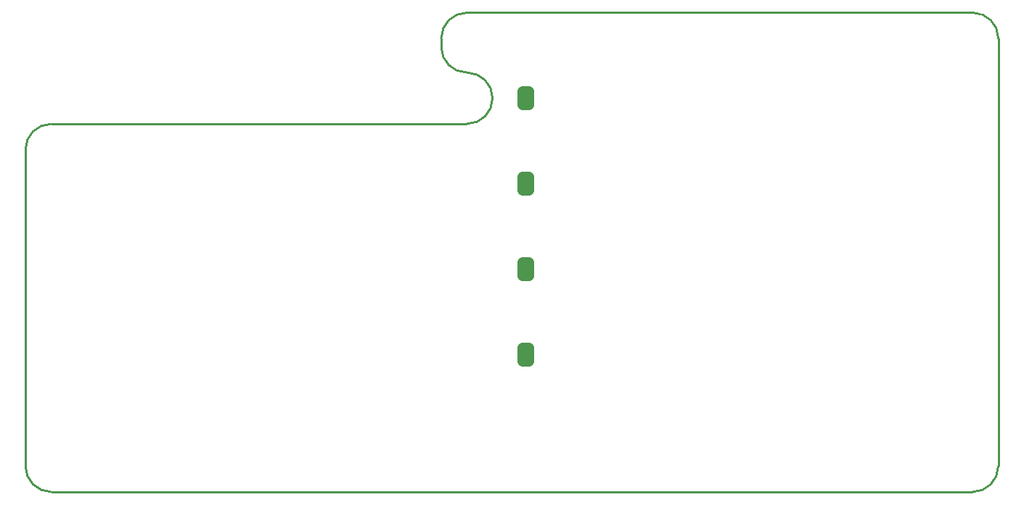
<source format=gko>
%FSTAX24Y24*%
%MOIN*%
G70*
G01*
G75*
G04 Layer_Color=16711935*
%ADD10R,0.1004X0.0374*%
%ADD11R,0.1004X0.1299*%
%ADD12R,0.0433X0.0453*%
%ADD13R,0.0472X0.0256*%
%ADD14R,0.0374X0.0315*%
%ADD15R,0.0315X0.0374*%
%ADD16R,0.0807X0.0157*%
%ADD17O,0.0866X0.0236*%
%ADD18R,0.0866X0.0236*%
%ADD19C,0.0200*%
%ADD20C,0.0150*%
%ADD21C,0.0100*%
%ADD22C,0.0300*%
%ADD23C,0.0039*%
%ADD24C,0.0591*%
%ADD25C,0.0984*%
%ADD26R,0.0984X0.0984*%
%ADD27C,0.1800*%
%ADD28R,0.0591X0.0591*%
%ADD29R,0.0591X0.0591*%
G04:AMPARAMS|DCode=30|XSize=78.7mil|YSize=60mil|CornerRadius=0mil|HoleSize=0mil|Usage=FLASHONLY|Rotation=270.000|XOffset=0mil|YOffset=0mil|HoleType=Round|Shape=Octagon|*
%AMOCTAGOND30*
4,1,8,-0.0150,-0.0394,0.0150,-0.0394,0.0300,-0.0244,0.0300,0.0244,0.0150,0.0394,-0.0150,0.0394,-0.0300,0.0244,-0.0300,-0.0244,-0.0150,-0.0394,0.0*
%
%ADD30OCTAGOND30*%

%ADD31C,0.0320*%
%ADD32C,0.2441*%
%ADD33R,0.0472X0.0728*%
%ADD34R,0.1084X0.0454*%
%ADD35R,0.1084X0.1379*%
%ADD36R,0.0513X0.0533*%
%ADD37R,0.0552X0.0336*%
%ADD38R,0.0454X0.0395*%
%ADD39R,0.0395X0.0454*%
%ADD40R,0.0887X0.0237*%
%ADD41O,0.0946X0.0316*%
%ADD42R,0.0946X0.0316*%
%ADD43C,0.0671*%
%ADD44C,0.1064*%
%ADD45R,0.1064X0.1064*%
%ADD46C,0.1880*%
%ADD47R,0.0671X0.0671*%
%ADD48R,0.0671X0.0671*%
G04:AMPARAMS|DCode=49|XSize=86.7mil|YSize=68mil|CornerRadius=0mil|HoleSize=0mil|Usage=FLASHONLY|Rotation=270.000|XOffset=0mil|YOffset=0mil|HoleType=Round|Shape=Octagon|*
%AMOCTAGOND49*
4,1,8,-0.0170,-0.0434,0.0170,-0.0434,0.0340,-0.0264,0.0340,0.0264,0.0170,0.0434,-0.0170,0.0434,-0.0340,0.0264,-0.0340,-0.0264,-0.0170,-0.0434,0.0*
%
%ADD49OCTAGOND49*%

%ADD50C,0.0400*%
%ADD51C,0.2521*%
%ADD52R,0.0552X0.0808*%
%ADD53C,0.0472*%
D21*
X055406Y067581D02*
G03*
X056587Y0664I001181J0D01*
G01*
Y083329D02*
G03*
X055406Y082148I0J-001181D01*
G01*
X075681Y083329D02*
G03*
X076862Y08451I0J001181D01*
G01*
D02*
G03*
X075681Y085691I-001181J0D01*
G01*
X0745Y086872D02*
G03*
X075681Y085691I001181J0D01*
G01*
X098909Y0664D02*
G03*
X100091Y067581I0J001181D01*
G01*
Y087266D02*
G03*
X098909Y088447I-001181J0D01*
G01*
X075681D02*
G03*
X0745Y087266I0J-001181D01*
G01*
X056587Y083329D02*
X075681D01*
X055406Y067581D02*
Y082148D01*
X0745Y086872D02*
Y087266D01*
X075681Y088447D02*
X098909D01*
X100091Y067581D02*
Y087266D01*
X056587Y0664D02*
X098909D01*
D53*
X07822Y072384D02*
Y073014D01*
X078535Y073014D01*
Y072384D02*
Y073014D01*
X07822Y072384D02*
X078535Y072384D01*
X07822Y076321D02*
Y076951D01*
X078535Y076951D01*
Y076321D02*
Y076951D01*
X07822Y076321D02*
X078535Y076321D01*
X07822Y080258D02*
Y080888D01*
X078535Y080888D01*
Y080258D02*
Y080888D01*
X07822Y080258D02*
X078535Y080258D01*
X07822Y084195D02*
Y084825D01*
X078535Y084825D01*
Y084195D02*
Y084825D01*
X07822Y084195D02*
X078535Y084195D01*
M02*

</source>
